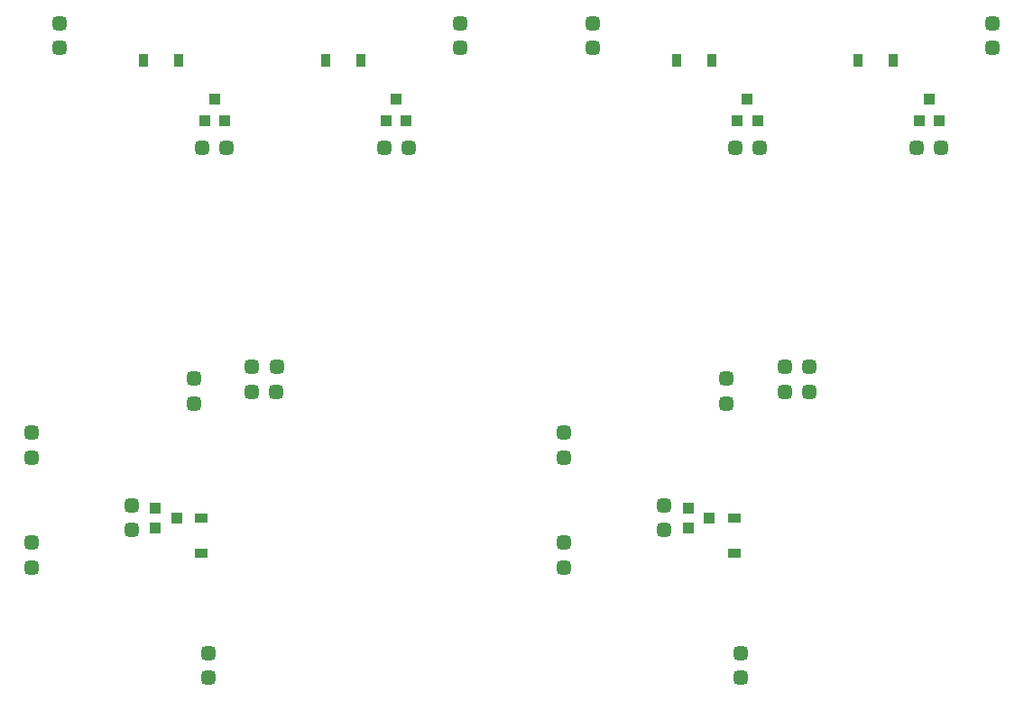
<source format=gbr>
%TF.GenerationSoftware,KiCad,Pcbnew,8.0.7*%
%TF.CreationDate,2025-01-14T20:12:34+09:00*%
%TF.ProjectId,POP_UP_Board_NEW V7.0,504f505f-5550-45f4-926f-6172645f4e45,rev?*%
%TF.SameCoordinates,Original*%
%TF.FileFunction,Paste,Bot*%
%TF.FilePolarity,Positive*%
%FSLAX46Y46*%
G04 Gerber Fmt 4.6, Leading zero omitted, Abs format (unit mm)*
G04 Created by KiCad (PCBNEW 8.0.7) date 2025-01-14 20:12:34*
%MOMM*%
%LPD*%
G01*
G04 APERTURE LIST*
G04 Aperture macros list*
%AMRoundRect*
0 Rectangle with rounded corners*
0 $1 Rounding radius*
0 $2 $3 $4 $5 $6 $7 $8 $9 X,Y pos of 4 corners*
0 Add a 4 corners polygon primitive as box body*
4,1,4,$2,$3,$4,$5,$6,$7,$8,$9,$2,$3,0*
0 Add four circle primitives for the rounded corners*
1,1,$1+$1,$2,$3*
1,1,$1+$1,$4,$5*
1,1,$1+$1,$6,$7*
1,1,$1+$1,$8,$9*
0 Add four rect primitives between the rounded corners*
20,1,$1+$1,$2,$3,$4,$5,0*
20,1,$1+$1,$4,$5,$6,$7,0*
20,1,$1+$1,$6,$7,$8,$9,0*
20,1,$1+$1,$8,$9,$2,$3,0*%
G04 Aperture macros list end*
%ADD10RoundRect,0.325000X-0.325000X-0.325000X0.325000X-0.325000X0.325000X0.325000X-0.325000X0.325000X0*%
%ADD11RoundRect,0.325000X0.325000X-0.325000X0.325000X0.325000X-0.325000X0.325000X-0.325000X-0.325000X0*%
%ADD12R,0.900000X1.200000*%
%ADD13RoundRect,0.325000X-0.325000X0.325000X-0.325000X-0.325000X0.325000X-0.325000X0.325000X0.325000X0*%
%ADD14R,1.000000X1.100000*%
%ADD15R,1.100000X1.000000*%
%ADD16R,1.200000X0.900000*%
G04 APERTURE END LIST*
D10*
%TO.C,R3*%
X149341250Y-99331250D03*
X151641250Y-99331250D03*
%TD*%
D11*
%TO.C,R8*%
X128626250Y-118201250D03*
X128626250Y-115901250D03*
%TD*%
%TO.C,R1*%
X128626250Y-107881250D03*
X128626250Y-105581250D03*
%TD*%
D12*
%TO.C,D12*%
X142466250Y-70611250D03*
X139166250Y-70611250D03*
%TD*%
D11*
%TO.C,R14*%
X143863750Y-102801250D03*
X143863750Y-100501250D03*
%TD*%
D10*
%TO.C,R7*%
X144666250Y-78751250D03*
X146966250Y-78751250D03*
%TD*%
D13*
%TO.C,R12*%
X168846250Y-67081250D03*
X168846250Y-69381250D03*
%TD*%
D11*
%TO.C,R4*%
X145231250Y-128551250D03*
X145231250Y-126251250D03*
%TD*%
D14*
%TO.C,Q2*%
X163826250Y-76231250D03*
X161926250Y-76231250D03*
X162876250Y-74231250D03*
%TD*%
D13*
%TO.C,R9*%
X131306250Y-67081250D03*
X131306250Y-69381250D03*
%TD*%
D10*
%TO.C,R2*%
X149321250Y-101691250D03*
X151621250Y-101691250D03*
%TD*%
D14*
%TO.C,Q1*%
X146766250Y-76231250D03*
X144866250Y-76231250D03*
X145816250Y-74231250D03*
%TD*%
D11*
%TO.C,R13*%
X138036250Y-114721250D03*
X138036250Y-112421250D03*
%TD*%
D15*
%TO.C,Q5*%
X140246250Y-114521250D03*
X140246250Y-112621250D03*
X142246250Y-113571250D03*
%TD*%
D10*
%TO.C,R10*%
X161726250Y-78751250D03*
X164026250Y-78751250D03*
%TD*%
D16*
%TO.C,D16*%
X144576250Y-113571250D03*
X144576250Y-116871250D03*
%TD*%
D12*
%TO.C,D13*%
X159526250Y-70611250D03*
X156226250Y-70611250D03*
%TD*%
%TO.C,D13*%
X109526250Y-70611250D03*
X106226250Y-70611250D03*
%TD*%
D10*
%TO.C,R10*%
X111726250Y-78751250D03*
X114026250Y-78751250D03*
%TD*%
D16*
%TO.C,D16*%
X94576250Y-113571250D03*
X94576250Y-116871250D03*
%TD*%
D10*
%TO.C,R2*%
X99321250Y-101691250D03*
X101621250Y-101691250D03*
%TD*%
D11*
%TO.C,R13*%
X88036250Y-114721250D03*
X88036250Y-112421250D03*
%TD*%
%TO.C,R8*%
X78626250Y-118201250D03*
X78626250Y-115901250D03*
%TD*%
D14*
%TO.C,Q2*%
X113826250Y-76231250D03*
X111926250Y-76231250D03*
X112876250Y-74231250D03*
%TD*%
D13*
%TO.C,R9*%
X81306250Y-67081250D03*
X81306250Y-69381250D03*
%TD*%
D12*
%TO.C,D12*%
X92466250Y-70611250D03*
X89166250Y-70611250D03*
%TD*%
D11*
%TO.C,R4*%
X95231250Y-128551250D03*
X95231250Y-126251250D03*
%TD*%
D13*
%TO.C,R12*%
X118846250Y-67081250D03*
X118846250Y-69381250D03*
%TD*%
D11*
%TO.C,R14*%
X93863750Y-102801250D03*
X93863750Y-100501250D03*
%TD*%
D15*
%TO.C,Q5*%
X90246250Y-114521250D03*
X90246250Y-112621250D03*
X92246250Y-113571250D03*
%TD*%
D14*
%TO.C,Q1*%
X96766250Y-76231250D03*
X94866250Y-76231250D03*
X95816250Y-74231250D03*
%TD*%
D11*
%TO.C,R1*%
X78626250Y-107881250D03*
X78626250Y-105581250D03*
%TD*%
D10*
%TO.C,R7*%
X94666250Y-78751250D03*
X96966250Y-78751250D03*
%TD*%
%TO.C,R3*%
X99341250Y-99331250D03*
X101641250Y-99331250D03*
%TD*%
M02*

</source>
